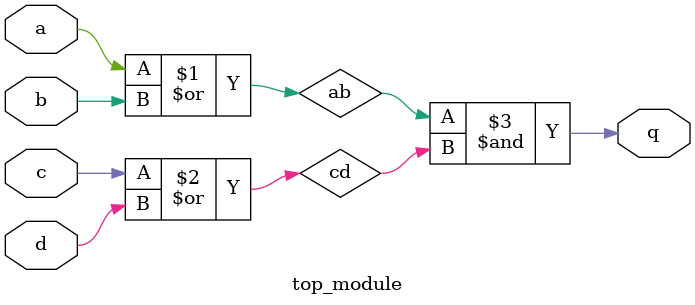
<source format=sv>
module top_module (
	input a, 
	input b, 
	input c, 
	input d,
	output q
);
	// Declare intermediate signals
	wire ab, cd;

	// Implement OR gates
	or(ab, a, b);
	or(cd, c, d);

	// Implement AND gate
	and(q, ab, cd);
endmodule

</source>
